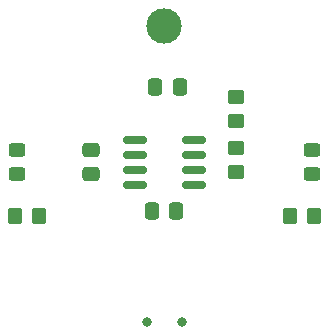
<source format=gbr>
%TF.GenerationSoftware,KiCad,Pcbnew,(6.0.2-0)*%
%TF.CreationDate,2022-04-12T20:56:32+02:00*%
%TF.ProjectId,Blinky,426c696e-6b79-42e6-9b69-6361645f7063,rev?*%
%TF.SameCoordinates,Original*%
%TF.FileFunction,Soldermask,Top*%
%TF.FilePolarity,Negative*%
%FSLAX46Y46*%
G04 Gerber Fmt 4.6, Leading zero omitted, Abs format (unit mm)*
G04 Created by KiCad (PCBNEW (6.0.2-0)) date 2022-04-12 20:56:32*
%MOMM*%
%LPD*%
G01*
G04 APERTURE LIST*
G04 Aperture macros list*
%AMRoundRect*
0 Rectangle with rounded corners*
0 $1 Rounding radius*
0 $2 $3 $4 $5 $6 $7 $8 $9 X,Y pos of 4 corners*
0 Add a 4 corners polygon primitive as box body*
4,1,4,$2,$3,$4,$5,$6,$7,$8,$9,$2,$3,0*
0 Add four circle primitives for the rounded corners*
1,1,$1+$1,$2,$3*
1,1,$1+$1,$4,$5*
1,1,$1+$1,$6,$7*
1,1,$1+$1,$8,$9*
0 Add four rect primitives between the rounded corners*
20,1,$1+$1,$2,$3,$4,$5,0*
20,1,$1+$1,$4,$5,$6,$7,0*
20,1,$1+$1,$6,$7,$8,$9,0*
20,1,$1+$1,$8,$9,$2,$3,0*%
G04 Aperture macros list end*
%ADD10RoundRect,0.250000X0.350000X0.450000X-0.350000X0.450000X-0.350000X-0.450000X0.350000X-0.450000X0*%
%ADD11C,3.000000*%
%ADD12RoundRect,0.250000X0.475000X-0.337500X0.475000X0.337500X-0.475000X0.337500X-0.475000X-0.337500X0*%
%ADD13RoundRect,0.250000X0.337500X0.475000X-0.337500X0.475000X-0.337500X-0.475000X0.337500X-0.475000X0*%
%ADD14RoundRect,0.250000X-0.450000X0.350000X-0.450000X-0.350000X0.450000X-0.350000X0.450000X0.350000X0*%
%ADD15RoundRect,0.250000X-0.350000X-0.450000X0.350000X-0.450000X0.350000X0.450000X-0.350000X0.450000X0*%
%ADD16RoundRect,0.250000X-0.337500X-0.475000X0.337500X-0.475000X0.337500X0.475000X-0.337500X0.475000X0*%
%ADD17RoundRect,0.250000X0.450000X-0.325000X0.450000X0.325000X-0.450000X0.325000X-0.450000X-0.325000X0*%
%ADD18RoundRect,0.150000X-0.825000X-0.150000X0.825000X-0.150000X0.825000X0.150000X-0.825000X0.150000X0*%
%ADD19C,0.800000*%
G04 APERTURE END LIST*
D10*
%TO.C,R3*%
X205710000Y-58290000D03*
X203710000Y-58290000D03*
%TD*%
D11*
%TO.C,H1*%
X193050000Y-42170000D03*
%TD*%
D12*
%TO.C,C1*%
X186870000Y-54732500D03*
X186870000Y-52657500D03*
%TD*%
D13*
%TO.C,C3*%
X194057500Y-57840000D03*
X191982500Y-57840000D03*
%TD*%
D14*
%TO.C,R1*%
X199090000Y-48200000D03*
X199090000Y-50200000D03*
%TD*%
D15*
%TO.C,R4*%
X180390000Y-58290000D03*
X182390000Y-58290000D03*
%TD*%
D16*
%TO.C,C2*%
X192262500Y-47320000D03*
X194337500Y-47320000D03*
%TD*%
D17*
%TO.C,D2*%
X180535000Y-54697500D03*
X180535000Y-52647500D03*
%TD*%
D18*
%TO.C,U1*%
X190575000Y-51790000D03*
X190575000Y-53060000D03*
X190575000Y-54330000D03*
X190575000Y-55600000D03*
X195525000Y-55600000D03*
X195525000Y-54330000D03*
X195525000Y-53060000D03*
X195525000Y-51790000D03*
%TD*%
D14*
%TO.C,R2*%
X199090000Y-52500000D03*
X199090000Y-54500000D03*
%TD*%
D17*
%TO.C,D1*%
X205565000Y-54742500D03*
X205565000Y-52692500D03*
%TD*%
D19*
%TO.C,SW1*%
X191550000Y-67266401D03*
X194550000Y-67266401D03*
%TD*%
M02*

</source>
